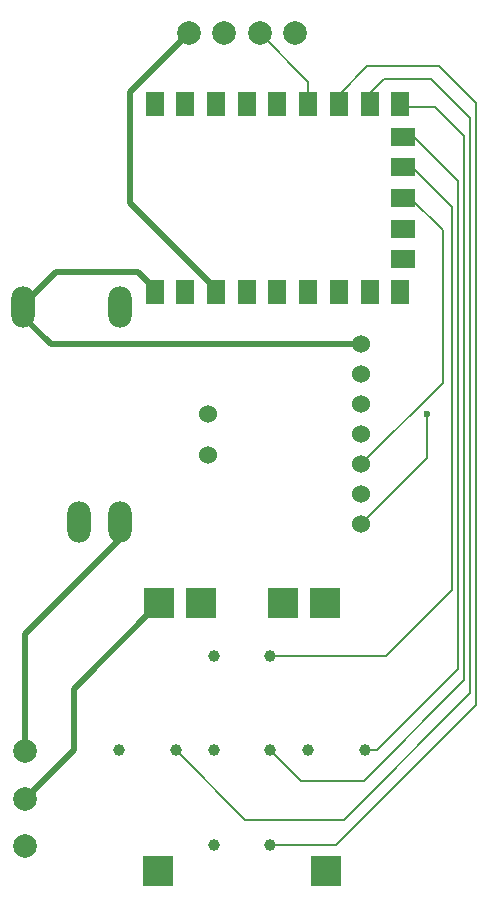
<source format=gtl>
G04 #@! TF.GenerationSoftware,KiCad,Pcbnew,9.0.3*
G04 #@! TF.CreationDate,2025-12-21T00:38:46-08:00*
G04 #@! TF.ProjectId,games_aparat_electronics,67616d65-735f-4617-9061-7261745f656c,rev?*
G04 #@! TF.SameCoordinates,Original*
G04 #@! TF.FileFunction,Copper,L1,Top*
G04 #@! TF.FilePolarity,Positive*
%FSLAX46Y46*%
G04 Gerber Fmt 4.6, Leading zero omitted, Abs format (unit mm)*
G04 Created by KiCad (PCBNEW 9.0.3) date 2025-12-21 00:38:46*
%MOMM*%
%LPD*%
G01*
G04 APERTURE LIST*
G04 Aperture macros list*
%AMFreePoly0*
4,1,5,0.750000,-1.000000,-0.750000,-1.000000,-0.750000,1.000000,0.750000,1.000000,0.750000,-1.000000,0.750000,-1.000000,$1*%
G04 Aperture macros list end*
G04 #@! TA.AperFunction,ComponentPad*
%ADD10C,1.000000*%
G04 #@! TD*
G04 #@! TA.AperFunction,ComponentPad*
%ADD11R,2.500000X2.500000*%
G04 #@! TD*
G04 #@! TA.AperFunction,ComponentPad*
%ADD12C,2.000000*%
G04 #@! TD*
G04 #@! TA.AperFunction,ComponentPad*
%ADD13FreePoly0,0.000000*%
G04 #@! TD*
G04 #@! TA.AperFunction,ComponentPad*
%ADD14FreePoly0,270.000000*%
G04 #@! TD*
G04 #@! TA.AperFunction,ComponentPad*
%ADD15O,2.000000X3.500000*%
G04 #@! TD*
G04 #@! TA.AperFunction,ComponentPad*
%ADD16C,1.530000*%
G04 #@! TD*
G04 #@! TA.AperFunction,ViaPad*
%ADD17C,0.600000*%
G04 #@! TD*
G04 #@! TA.AperFunction,Conductor*
%ADD18C,0.500000*%
G04 #@! TD*
G04 #@! TA.AperFunction,Conductor*
%ADD19C,0.200000*%
G04 #@! TD*
G04 APERTURE END LIST*
D10*
X167100000Y-104200000D03*
X171900000Y-104200000D03*
D11*
X154500000Y-91700000D03*
X158000000Y-91700000D03*
X165000000Y-91700000D03*
X168500000Y-91700000D03*
X154400000Y-114400000D03*
X168600000Y-114400000D03*
D12*
X166000000Y-43500000D03*
X163000000Y-43500000D03*
X160000000Y-43500000D03*
X157000000Y-43500000D03*
X143100000Y-104300000D03*
X143100000Y-108300000D03*
X143100000Y-112300000D03*
D13*
X154100000Y-65400000D03*
X156700000Y-65400000D03*
X159300000Y-65400000D03*
X161900000Y-65400000D03*
X164500000Y-65400000D03*
X167100000Y-65400000D03*
X169700000Y-65400000D03*
X172300000Y-65400000D03*
X174900000Y-65400000D03*
D14*
X175150000Y-62650000D03*
X175150000Y-60050000D03*
X175150000Y-57450000D03*
X175150000Y-54850000D03*
X175150000Y-52250000D03*
D13*
X174900000Y-49500000D03*
X172300000Y-49500000D03*
X169700000Y-49500000D03*
X167100000Y-49500000D03*
X164500000Y-49500000D03*
X161900000Y-49500000D03*
X159300000Y-49500000D03*
X156700000Y-49500000D03*
X154100000Y-49500000D03*
D15*
X147700000Y-84900000D03*
X151200000Y-84900000D03*
X143000000Y-66700000D03*
X151200000Y-66700000D03*
D10*
X159100000Y-96200000D03*
X163900000Y-96200000D03*
X159100000Y-112200000D03*
X163900000Y-112200000D03*
X151100000Y-104200000D03*
X155900000Y-104200000D03*
X159100000Y-104200000D03*
X163900000Y-104200000D03*
D16*
X171600000Y-69820000D03*
X171600000Y-72360000D03*
X171600000Y-74900000D03*
X171600000Y-77440000D03*
X171600000Y-79980000D03*
X171600000Y-82520000D03*
X171600000Y-85060000D03*
X158646000Y-79240000D03*
X158646000Y-75740000D03*
D17*
X177200000Y-75700000D03*
D18*
X143100000Y-94400000D02*
X143100000Y-104300000D01*
X147250000Y-104150000D02*
X147250000Y-99000000D01*
D19*
X179300000Y-58225000D02*
X175925000Y-54850000D01*
X175925000Y-54850000D02*
X174900000Y-54850000D01*
X179300000Y-90600000D02*
X179300000Y-58225000D01*
X173700000Y-96200000D02*
X179300000Y-90600000D01*
X163900000Y-96200000D02*
X173700000Y-96200000D01*
X176050000Y-52250000D02*
X174900000Y-52250000D01*
X179800000Y-97300000D02*
X179800000Y-56000000D01*
X179800000Y-56000000D02*
X176050000Y-52250000D01*
X172900000Y-104200000D02*
X179800000Y-97300000D01*
X171900000Y-104200000D02*
X172900000Y-104200000D01*
X177200000Y-79460000D02*
X177200000Y-75700000D01*
X171600000Y-85060000D02*
X177200000Y-79460000D01*
X175750000Y-57450000D02*
X174900000Y-57450000D01*
X178500000Y-60200000D02*
X175750000Y-57450000D01*
X178500000Y-73080000D02*
X178500000Y-60200000D01*
X171600000Y-79980000D02*
X178500000Y-73080000D01*
X178200000Y-46300000D02*
X172100000Y-46300000D01*
X181300000Y-100400000D02*
X181300000Y-49400000D01*
X181300000Y-49400000D02*
X178200000Y-46300000D01*
X169700000Y-48700000D02*
X169700000Y-49750000D01*
X169500000Y-112200000D02*
X181300000Y-100400000D01*
X172100000Y-46300000D02*
X169700000Y-48700000D01*
X163900000Y-112200000D02*
X169500000Y-112200000D01*
X172200000Y-49650000D02*
X172300000Y-49750000D01*
X172200000Y-48700000D02*
X172200000Y-49650000D01*
X173500000Y-47400000D02*
X172200000Y-48700000D01*
X180800000Y-50700000D02*
X177500000Y-47400000D01*
X180800000Y-99400000D02*
X180800000Y-50700000D01*
X177500000Y-47400000D02*
X173500000Y-47400000D01*
X161800000Y-110100000D02*
X170100000Y-110100000D01*
X155900000Y-104200000D02*
X161800000Y-110100000D01*
X170100000Y-110100000D02*
X180800000Y-99400000D01*
X177850000Y-49750000D02*
X174900000Y-49750000D01*
X171800000Y-106800000D02*
X180300000Y-98300000D01*
X166500000Y-106800000D02*
X171800000Y-106800000D01*
X180300000Y-52200000D02*
X177850000Y-49750000D01*
X163900000Y-104200000D02*
X166500000Y-106800000D01*
X180300000Y-98300000D02*
X180300000Y-52200000D01*
X167100000Y-47600000D02*
X167100000Y-49750000D01*
X163000000Y-43500000D02*
X167100000Y-47600000D01*
D18*
X152700000Y-63750000D02*
X154100000Y-65150000D01*
X145750000Y-63750000D02*
X152700000Y-63750000D01*
X143000000Y-66500000D02*
X145750000Y-63750000D01*
X152000000Y-57850000D02*
X159300000Y-65150000D01*
X152000000Y-57250000D02*
X152000000Y-57850000D01*
X152000000Y-48500000D02*
X152000000Y-57250000D01*
X157000000Y-43500000D02*
X152000000Y-48500000D01*
D19*
X151200000Y-86300000D02*
X151200000Y-84900000D01*
D18*
X143100000Y-94400000D02*
X151200000Y-86300000D01*
X147250000Y-104150000D02*
X143100000Y-108300000D01*
X154500000Y-91750000D02*
X147250000Y-99000000D01*
D19*
X154500000Y-91700000D02*
X154500000Y-91750000D01*
X143000000Y-67500000D02*
X143000000Y-66700000D01*
D18*
X145320000Y-69820000D02*
X143000000Y-67500000D01*
X171600000Y-69820000D02*
X145320000Y-69820000D01*
D19*
X143000000Y-66500000D02*
X143000000Y-66700000D01*
M02*

</source>
